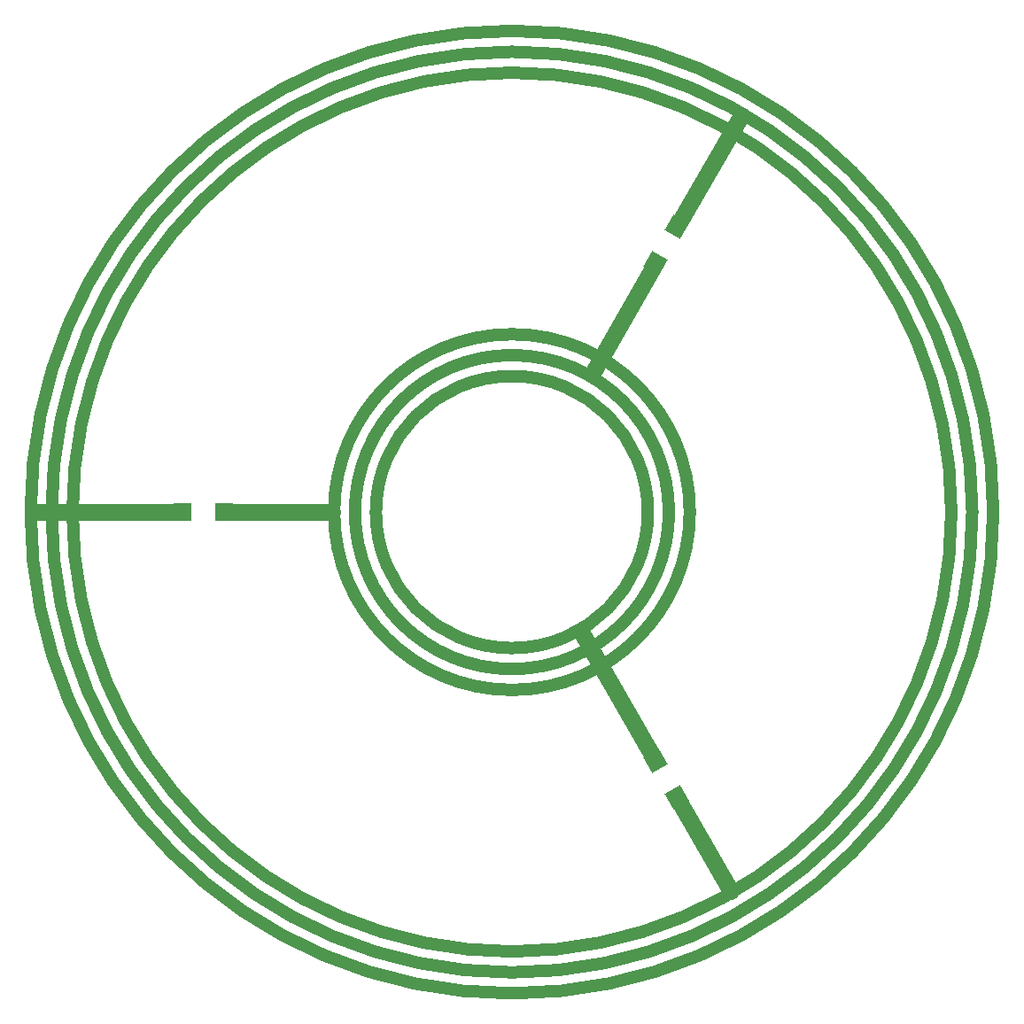
<source format=gbr>
%TF.GenerationSoftware,KiCad,Pcbnew,7.0.10*%
%TF.CreationDate,2024-03-15T14:29:49-04:00*%
%TF.ProjectId,new_middle,6e65775f-6d69-4646-946c-652e6b696361,rev?*%
%TF.SameCoordinates,Original*%
%TF.FileFunction,Copper,L2,Bot*%
%TF.FilePolarity,Positive*%
%FSLAX46Y46*%
G04 Gerber Fmt 4.6, Leading zero omitted, Abs format (unit mm)*
G04 Created by KiCad (PCBNEW 7.0.10) date 2024-03-15 14:29:49*
%MOMM*%
%LPD*%
G01*
G04 APERTURE LIST*
G04 Aperture macros list*
%AMRotRect*
0 Rectangle, with rotation*
0 The origin of the aperture is its center*
0 $1 length*
0 $2 width*
0 $3 Rotation angle, in degrees counterclockwise*
0 Add horizontal line*
21,1,$1,$2,0,0,$3*%
G04 Aperture macros list end*
%TA.AperFunction,NonConductor*%
%ADD10C,1.200000*%
%TD*%
%TA.AperFunction,NonConductor*%
%ADD11C,1.600000*%
%TD*%
%TA.AperFunction,ComponentPad*%
%ADD12R,1.700000X1.700000*%
%TD*%
%TA.AperFunction,ComponentPad*%
%ADD13RotRect,1.700000X1.700000X60.000000*%
%TD*%
%TA.AperFunction,ComponentPad*%
%ADD14RotRect,1.700000X1.700000X120.000000*%
%TD*%
G04 APERTURE END LIST*
D10*
X67000000Y-50000000D02*
G75*
G03*
X33000000Y-50000000I-17000000J0D01*
G01*
X33000000Y-50000000D02*
G75*
G03*
X67000000Y-50000000I17000000J0D01*
G01*
X65000000Y-50000000D02*
G75*
G03*
X35000000Y-50000000I-15000000J0D01*
G01*
X35000000Y-50000000D02*
G75*
G03*
X65000000Y-50000000I15000000J0D01*
G01*
X96000000Y-50000000D02*
G75*
G03*
X4000000Y-50000000I-46000000J0D01*
G01*
X4000000Y-50000000D02*
G75*
G03*
X96000000Y-50000000I46000000J0D01*
G01*
D11*
X65750000Y-22720000D02*
X71900000Y-12068000D01*
D10*
X94000000Y-50000000D02*
G75*
G03*
X6000000Y-50000000I-44000000J0D01*
G01*
X6000000Y-50000000D02*
G75*
G03*
X94000000Y-50000000I44000000J0D01*
G01*
D11*
X18500000Y-50000000D02*
X4200000Y-50000000D01*
D10*
X63000000Y-50000000D02*
G75*
G03*
X37000000Y-50000000I-13000000J0D01*
G01*
X37000000Y-50000000D02*
G75*
G03*
X63000000Y-50000000I13000000J0D01*
G01*
D11*
X65750000Y-77280000D02*
X70900000Y-86200000D01*
D10*
X92000000Y-50000000D02*
G75*
G03*
X8000000Y-50000000I-42000000J0D01*
G01*
X8000000Y-50000000D02*
G75*
G03*
X92000000Y-50000000I42000000J0D01*
G01*
D11*
X63750000Y-26184000D02*
X57600000Y-36836000D01*
X63750000Y-73816000D02*
X56600000Y-61432000D01*
X22500000Y-50000000D02*
X32800000Y-50000000D01*
D12*
%TO.P,J104,1,Pin_1*%
%TO.N,unconnected-(J104-Pin_1-Pad1)*%
X22500000Y-50000000D03*
%TD*%
D13*
%TO.P,J102,1,Pin_1*%
%TO.N,unconnected-(J102-Pin_1-Pad1)*%
X65750000Y-22720000D03*
%TD*%
D12*
%TO.P,J101,1,Pin_1*%
%TO.N,unconnected-(J101-Pin_1-Pad1)*%
X18500000Y-50000000D03*
%TD*%
D14*
%TO.P,J103,1,Pin_1*%
%TO.N,unconnected-(J103-Pin_1-Pad1)*%
X65750000Y-77280000D03*
%TD*%
%TO.P,J106,1,Pin_1*%
%TO.N,unconnected-(J106-Pin_1-Pad1)*%
X63750000Y-73816000D03*
%TD*%
D13*
%TO.P,J105,1,Pin_1*%
%TO.N,unconnected-(J105-Pin_1-Pad1)*%
X63750000Y-26184000D03*
%TD*%
M02*

</source>
